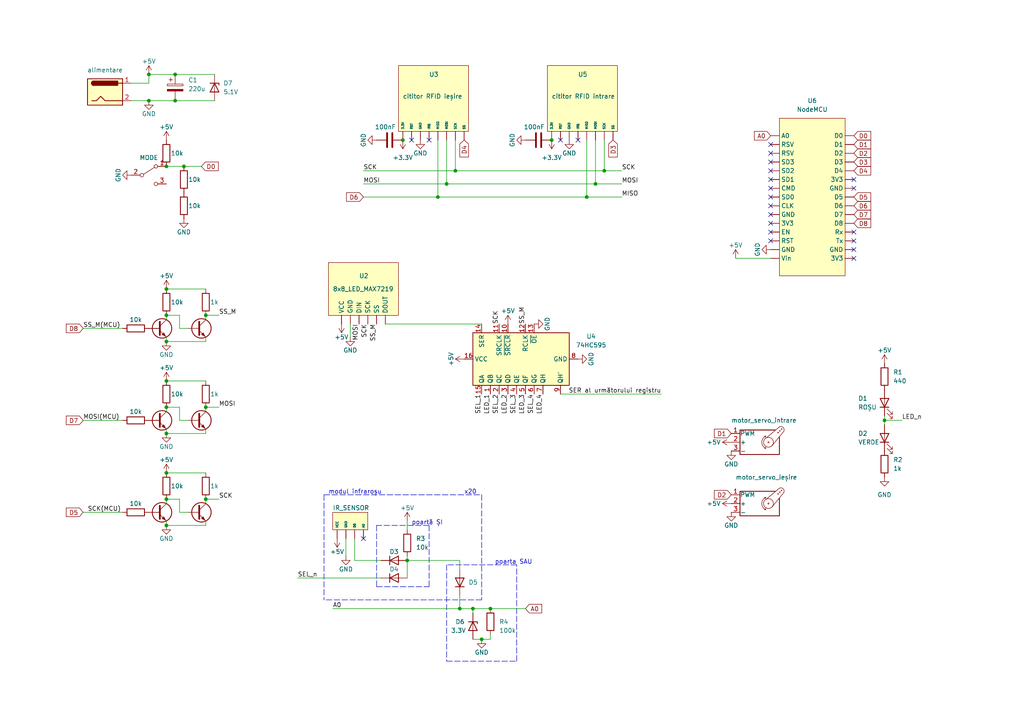
<source format=kicad_sch>
(kicad_sch (version 20211123) (generator eeschema)
  (paper "A4")
  (lib_symbols
    (symbol "74xx:74HC595"
      (property "Reference" "U" (at -7.62 13.97 0))
      (property "Value" "74HC595" (at -7.62 -16.51 0))
      (symbol "74HC595_1_0"
        (pin tri_state line (at 10.16 7.62 180) (length 2.54) (name "QB") (number "1"))
        (pin input line (at -10.16 2.54 0) (length 2.54) (name "~{SRCLR}") (number "10"))
        (pin input line (at -10.16 5.08 0) (length 2.54) (name "SRCLK") (number "11"))
        (pin input line (at -10.16 -2.54 0) (length 2.54) (name "RCLK") (number "12"))
        (pin input line (at -10.16 -5.08 0) (length 2.54) (name "~{OE}") (number "13"))
        (pin input line (at -10.16 10.16 0) (length 2.54) (name "SER") (number "14"))
        (pin tri_state line (at 10.16 10.16 180) (length 2.54) (name "QA") (number "15"))
        (pin power_in line (at 0 15.24 270) (length 2.54) (name "VCC") (number "16"))
        (pin tri_state line (at 10.16 5.08 180) (length 2.54) (name "QC") (number "2"))
        (pin tri_state line (at 10.16 2.54 180) (length 2.54) (name "QD") (number "3"))
        (pin tri_state line (at 10.16 0 180) (length 2.54) (name "QE") (number "4"))
        (pin tri_state line (at 10.16 -2.54 180) (length 2.54) (name "QF") (number "5"))
        (pin tri_state line (at 10.16 -5.08 180) (length 2.54) (name "QG") (number "6"))
        (pin tri_state line (at 10.16 -7.62 180) (length 2.54) (name "QH") (number "7"))
        (pin power_in line (at 0 -17.78 90) (length 2.54) (name "GND") (number "8"))
        (pin output line (at 10.16 -12.7 180) (length 2.54) (name "QH'") (number "9"))
      )
      (symbol "74HC595_1_1"
        (rectangle (start -7.62 12.7) (end 7.62 -15.24) (stroke (width 0.254)) (fill (type background)))
      )
    )
    (symbol "Connector:Barrel_Jack" (pin_names (offset 1.016))
      (property "Reference" "J" (at 0 5.334 0))
      (property "Value" "Barrel_Jack" (at 0 -5.08 0))
      (symbol "Barrel_Jack_0_1"
        (rectangle (start -5.08 3.81) (end 5.08 -3.81) (stroke (width 0.254)) (fill (type background)))
        (arc (start -3.302 3.175) (mid -3.937 2.54) (end -3.302 1.905) (stroke (width 0.254)))
        (arc (start -3.302 3.175) (mid -3.937 2.54) (end -3.302 1.905) (stroke (width 0.254)) (fill (type outline)))
        (polyline (pts (xy 5.08 2.54) (xy 3.81 2.54)) (stroke (width 0.254)))
        (polyline (pts (xy -3.81 -2.54) (xy -2.54 -2.54) (xy -1.27 -1.27) (xy 0 -2.54) (xy 2.54 -2.54) (xy 5.08 -2.54)) (stroke (width 0.254)))
        (rectangle (start 3.683 3.175) (end -3.302 1.905) (stroke (width 0.254)) (fill (type outline)))
      )
      (symbol "Barrel_Jack_1_1"
        (pin passive line (at 7.62 2.54 180) (length 2.54) (name "~") (number "1"))
        (pin passive line (at 7.62 -2.54 180) (length 2.54) (name "~") (number "2"))
      )
    )
    (symbol "Device:C" (pin_numbers hide) (pin_names (offset 0.254))
      (property "Reference" "C" (at 0.635 2.54 0))
      (property "Value" "C" (at 0.635 -2.54 0))
      (symbol "C_0_1"
        (polyline (pts (xy -2.032 -0.762) (xy 2.032 -0.762)) (stroke (width 0.508)))
        (polyline (pts (xy -2.032 0.762) (xy 2.032 0.762)) (stroke (width 0.508)))
      )
      (symbol "C_1_1"
        (pin passive line (at 0 3.81 270) (length 2.794) (name "~") (number "1"))
        (pin passive line (at 0 -3.81 90) (length 2.794) (name "~") (number "2"))
      )
    )
    (symbol "Device:C_Polarized" (pin_numbers hide) (pin_names (offset 0.254))
      (property "Reference" "C" (at 0.635 2.54 0))
      (property "Value" "C_Polarized" (at 0.635 -2.54 0))
      (symbol "C_Polarized_0_1"
        (rectangle (start -2.286 0.508) (end 2.286 1.016))
        (polyline (pts (xy -1.778 2.286) (xy -0.762 2.286)))
        (polyline (pts (xy -1.27 2.794) (xy -1.27 1.778)))
        (rectangle (start 2.286 -0.508) (end -2.286 -1.016) (fill (type outline)))
      )
      (symbol "C_Polarized_1_1"
        (pin passive line (at 0 3.81 270) (length 2.794) (name "~") (number "1"))
        (pin passive line (at 0 -3.81 90) (length 2.794) (name "~") (number "2"))
      )
    )
    (symbol "Device:D" (pin_numbers hide) (pin_names (offset 1.016) hide)
      (property "Reference" "D" (at 0 2.54 0))
      (property "Value" "D" (at 0 -2.54 0))
      (symbol "D_0_1"
        (polyline (pts (xy -1.27 1.27) (xy -1.27 -1.27)) (stroke (width 0.254)))
        (polyline (pts (xy 1.27 0) (xy -1.27 0)))
        (polyline (pts (xy 1.27 1.27) (xy 1.27 -1.27) (xy -1.27 0) (xy 1.27 1.27)) (stroke (width 0.254)))
      )
      (symbol "D_1_1"
        (pin passive line (at -3.81 0 0) (length 2.54) (name "K") (number "1"))
        (pin passive line (at 3.81 0 180) (length 2.54) (name "A") (number "2"))
      )
    )
    (symbol "Device:D_Zener" (pin_numbers hide) (pin_names (offset 1.016) hide)
      (property "Reference" "D" (at 0 2.54 0))
      (property "Value" "D_Zener" (at 0 -2.54 0))
      (symbol "D_Zener_0_1"
        (polyline (pts (xy 1.27 0) (xy -1.27 0)))
        (polyline (pts (xy -1.27 -1.27) (xy -1.27 1.27) (xy -0.762 1.27)) (stroke (width 0.254)))
        (polyline (pts (xy 1.27 -1.27) (xy 1.27 1.27) (xy -1.27 0) (xy 1.27 -1.27)) (stroke (width 0.254)))
      )
      (symbol "D_Zener_1_1"
        (pin passive line (at -3.81 0 0) (length 2.54) (name "K") (number "1"))
        (pin passive line (at 3.81 0 180) (length 2.54) (name "A") (number "2"))
      )
    )
    (symbol "Device:LED" (pin_numbers hide) (pin_names (offset 1.016) hide)
      (property "Reference" "D" (at 0 2.54 0))
      (property "Value" "LED" (at 0 -2.54 0))
      (symbol "LED_0_1"
        (polyline (pts (xy -1.27 -1.27) (xy -1.27 1.27)) (stroke (width 0.254)))
        (polyline (pts (xy -1.27 0) (xy 1.27 0)))
        (polyline (pts (xy 1.27 -1.27) (xy 1.27 1.27) (xy -1.27 0) (xy 1.27 -1.27)) (stroke (width 0.254)))
        (polyline (pts (xy -3.048 -0.762) (xy -4.572 -2.286) (xy -3.81 -2.286) (xy -4.572 -2.286) (xy -4.572 -1.524)))
        (polyline (pts (xy -1.778 -0.762) (xy -3.302 -2.286) (xy -2.54 -2.286) (xy -3.302 -2.286) (xy -3.302 -1.524)))
      )
      (symbol "LED_1_1"
        (pin passive line (at -3.81 0 0) (length 2.54) (name "K") (number "1"))
        (pin passive line (at 3.81 0 180) (length 2.54) (name "A") (number "2"))
      )
    )
    (symbol "Device:R" (pin_numbers hide) (pin_names (offset 0))
      (property "Reference" "R" (at 2.032 0 90))
      (property "Value" "R" (at 0 0 90))
      (symbol "R_0_1"
        (rectangle (start -1.016 -2.54) (end 1.016 2.54) (stroke (width 0.254)))
      )
      (symbol "R_1_1"
        (pin passive line (at 0 3.81 270) (length 1.27) (name "~") (number "1"))
        (pin passive line (at 0 -3.81 90) (length 1.27) (name "~") (number "2"))
      )
    )
    (symbol "Display_Graphic:8x8_LED_MAX7219"
      (property "Reference" "U" (at 0 1.27 0))
      (property "Value" "8x8_LED_MAX7219" (at 0 6.35 0))
      (symbol "8x8_LED_MAX7219_0_1"
        (rectangle (start -10.16 8.89) (end 10.16 -6.35) (fill (type background)))
      )
      (symbol "8x8_LED_MAX7219_1_1"
        (pin passive line (at -1.27 -8.89 90) (length 2.54) (name "DIN") (number ""))
        (pin passive line (at 6.35 -8.89 90) (length 2.54) (name "DOUT") (number ""))
        (pin passive line (at -3.81 -8.89 90) (length 2.54) (name "GND") (number ""))
        (pin passive line (at 1.27 -8.89 90) (length 2.54) (name "SCK") (number ""))
        (pin passive line (at 3.81 -8.89 90) (length 2.54) (name "SS") (number ""))
        (pin passive line (at -6.35 -8.89 90) (length 2.54) (name "VCC") (number ""))
      )
    )
    (symbol "MCU_Espressif:NodeMCU"
      (property "Reference" "U" (at 0 8.89 0))
      (property "Value" "NodeMCU" (at 0 29.21 0))
      (symbol "NodeMCU_0_1"
        (rectangle (start -10.16 31.75) (end 8.89 -13.97) (fill (type background)))
      )
      (symbol "NodeMCU_1_1"
        (pin passive line (at -12.7 1.27 0) (length 2.54) (name "3V3") (number ""))
        (pin passive line (at 11.43 -8.89 180) (length 2.54) (name "3V3") (number ""))
        (pin passive line (at 11.43 13.97 180) (length 2.54) (name "3V3") (number ""))
        (pin passive line (at -12.7 26.67 0) (length 2.54) (name "A0") (number ""))
        (pin passive line (at -12.7 6.35 0) (length 2.54) (name "CLK") (number ""))
        (pin passive line (at -12.7 11.43 0) (length 2.54) (name "CMD") (number ""))
        (pin passive line (at 11.43 26.67 180) (length 2.54) (name "D0") (number ""))
        (pin passive line (at 11.43 24.13 180) (length 2.54) (name "D1") (number ""))
        (pin passive line (at 11.43 21.59 180) (length 2.54) (name "D2") (number ""))
        (pin passive line (at 11.43 19.05 180) (length 2.54) (name "D3") (number ""))
        (pin passive line (at 11.43 16.51 180) (length 2.54) (name "D4") (number ""))
        (pin passive line (at 11.43 8.89 180) (length 2.54) (name "D5") (number ""))
        (pin passive line (at 11.43 6.35 180) (length 2.54) (name "D6") (number ""))
        (pin passive line (at 11.43 3.81 180) (length 2.54) (name "D7") (number ""))
        (pin passive line (at 11.43 1.27 180) (length 2.54) (name "D8") (number ""))
        (pin passive line (at -12.7 -1.27 0) (length 2.54) (name "EN") (number ""))
        (pin passive line (at -12.7 -6.35 0) (length 2.54) (name "GND") (number ""))
        (pin passive line (at -12.7 3.81 0) (length 2.54) (name "GND") (number ""))
        (pin passive line (at 11.43 -6.35 180) (length 2.54) (name "GND") (number ""))
        (pin passive line (at 11.43 11.43 180) (length 2.54) (name "GND") (number ""))
        (pin passive line (at -12.7 -3.81 0) (length 2.54) (name "RST") (number ""))
        (pin passive line (at -12.7 21.59 0) (length 2.54) (name "RSV") (number ""))
        (pin passive line (at -12.7 24.13 0) (length 2.54) (name "RSV") (number ""))
        (pin passive line (at 11.43 -1.27 180) (length 2.54) (name "Rx") (number ""))
        (pin passive line (at -12.7 8.89 0) (length 2.54) (name "SD0") (number ""))
        (pin passive line (at -12.7 13.97 0) (length 2.54) (name "SD1") (number ""))
        (pin passive line (at -12.7 16.51 0) (length 2.54) (name "SD2") (number ""))
        (pin passive line (at -12.7 19.05 0) (length 2.54) (name "SD3") (number ""))
        (pin passive line (at 11.43 -3.81 180) (length 2.54) (name "Tx") (number ""))
        (pin passive line (at -12.7 -8.89 0) (length 2.54) (name "Vin") (number ""))
      )
    )
    (symbol "Motor:Motor_Servo" (pin_names (offset 0.0254))
      (property "Reference" "M" (at -5.08 4.445 0))
      (property "Value" "Motor_Servo" (at -5.08 -4.064 0))
      (symbol "Motor_Servo_0_1"
        (polyline (pts (xy 2.413 -1.778) (xy 2.032 -1.778)))
        (polyline (pts (xy 2.413 -1.778) (xy 2.286 -1.397)))
        (polyline (pts (xy 2.413 1.778) (xy 1.905 1.778)))
        (polyline (pts (xy 2.413 1.778) (xy 2.286 1.397)))
        (polyline (pts (xy 6.35 4.445) (xy 2.54 1.27)))
        (polyline (pts (xy 7.62 3.175) (xy 4.191 -1.016)))
        (polyline (pts (xy 5.08 3.556) (xy -5.08 3.556) (xy -5.08 -3.556) (xy 6.35 -3.556) (xy 6.35 1.524)) (stroke (width 0.254)))
        (arc (start 2.413 1.778) (mid 1.2406 0) (end 2.413 -1.778))
        (circle (center 3.175 0) (radius 0.1778))
        (circle (center 3.175 0) (radius 1.4224))
        (circle (center 5.969 2.794) (radius 0.127))
        (circle (center 6.477 3.302) (radius 0.127))
        (circle (center 6.985 3.81) (radius 0.127))
        (arc (start 7.62 3.175) (mid 7.4485 4.2735) (end 6.35 4.445))
      )
      (symbol "Motor_Servo_1_1"
        (pin passive line (at -7.62 2.54 0) (length 2.54) (name "PWM") (number "1"))
        (pin passive line (at -7.62 0 0) (length 2.54) (name "+") (number "2"))
        (pin passive line (at -7.62 -2.54 0) (length 2.54) (name "-") (number "3"))
      )
    )
    (symbol "Q_NPN_BCE_2" (pin_names (offset 0) hide)
      (symbol "Q_NPN_BCE_2_0_1"
        (polyline (pts (xy 0.635 0.635) (xy 2.54 2.54)))
        (polyline (pts (xy 0.635 -0.635) (xy 2.54 -2.54) (xy 2.54 -2.54)))
        (polyline (pts (xy 0.635 1.905) (xy 0.635 -1.905) (xy 0.635 -1.905)) (stroke (width 0.508)))
        (polyline (pts (xy 1.27 -1.778) (xy 1.778 -1.27) (xy 2.286 -2.286) (xy 1.27 -1.778) (xy 1.27 -1.778)) (fill (type outline)))
        (circle (center 1.27 0) (radius 2.8194) (stroke (width 0.254)))
      )
      (symbol "Q_NPN_BCE_2_1_1"
        (pin input line (at -2.54 0 0) (length 3.175) (name "B") (number ""))
        (pin passive line (at 2.54 2.54 270) (length 0) (name "C") (number ""))
        (pin passive line (at 2.54 -2.54 90) (length 0) (name "E") (number ""))
      )
    )
    (symbol "RC522_1"
      (property "Reference" "U5" (at -1.27 6.35 0))
      (property "Value" "RC522_1" (at -8.89 0 0))
      (symbol "RC522_1_0_1"
        (rectangle (start -10.16 8.89) (end 10.16 -10.16) (fill (type background)))
      )
      (symbol "RC522_1_1_1"
        (pin input line (at -8.89 -12.7 90) (length 2.54) (name "3.3V") (number ""))
        (pin input line (at -3.81 -12.7 90) (length 2.54) (name "GND") (number ""))
        (pin input line (at -1.27 -12.7 90) (length 2.54) (name "IRQ") (number ""))
        (pin output line (at 1.27 -12.7 90) (length 2.54) (name "MISO") (number ""))
        (pin input line (at 3.81 -12.7 90) (length 2.54) (name "MOSI") (number ""))
        (pin input line (at -6.35 -12.7 90) (length 2.54) (name "RST") (number ""))
        (pin input line (at 6.35 -12.7 90) (length 2.54) (name "SCK") (number ""))
        (pin input line (at 8.89 -12.7 90) (length 2.54) (name "SS") (number ""))
      )
    )
    (symbol "Sensor:RC522"
      (property "Reference" "U3" (at -1.27 6.35 0))
      (property "Value" "cititor RFID ieșire" (at -8.89 0 0))
      (symbol "RC522_0_1"
        (rectangle (start -10.16 8.89) (end 10.16 -10.16) (fill (type background)))
      )
      (symbol "RC522_1_1"
        (pin input line (at -8.89 -12.7 90) (length 2.54) (name "3.3V") (number ""))
        (pin input line (at -3.81 -12.7 90) (length 2.54) (name "GND") (number ""))
        (pin input line (at -1.27 -12.7 90) (length 2.54) (name "IRQ") (number ""))
        (pin output line (at 1.27 -12.7 90) (length 2.54) (name "MISO") (number ""))
        (pin input line (at 3.81 -12.7 90) (length 2.54) (name "MOSI") (number ""))
        (pin input line (at -6.35 -12.7 90) (length 2.54) (name "RST") (number ""))
        (pin input line (at 6.35 -12.7 90) (length 2.54) (name "SCK") (number ""))
        (pin input line (at 8.89 -12.7 90) (length 2.54) (name "SS") (number ""))
      )
    )
    (symbol "Sensor_Optical:IR_SENSOR"
      (property "Reference" "U" (at 2.54 1.27 0))
      (property "Value" "IR_SENSOR" (at 2.54 3.81 0))
      (symbol "IR_SENSOR_0_1"
        (rectangle (start -2.54 2.54) (end 7.62 -2.54) (fill (type background)))
      )
      (symbol "IR_SENSOR_1_1"
        (pin input line (at 6.35 -5.08 90) (length 2.54) (name "A0") (number ""))
        (pin input line (at 3.81 -5.08 90) (length 2.54) (name "D0") (number ""))
        (pin input line (at 1.27 -5.08 90) (length 2.54) (name "GND") (number ""))
        (pin input line (at -1.27 -5.08 90) (length 2.54) (name "VCC") (number ""))
      )
    )
    (symbol "Switch:SW_SPDT" (pin_names (offset 0) hide)
      (property "Reference" "SW" (at 0 4.318 0))
      (property "Value" "SW_SPDT" (at 0 -5.08 0))
      (symbol "SW_SPDT_0_0"
        (circle (center -2.032 0) (radius 0.508))
        (circle (center 2.032 -2.54) (radius 0.508))
      )
      (symbol "SW_SPDT_0_1"
        (polyline (pts (xy -1.524 0.254) (xy 1.651 2.286)))
        (circle (center 2.032 2.54) (radius 0.508))
      )
      (symbol "SW_SPDT_1_1"
        (pin passive line (at 5.08 2.54 180) (length 2.54) (name "A") (number "1"))
        (pin passive line (at -5.08 0 0) (length 2.54) (name "B") (number "2"))
        (pin passive line (at 5.08 -2.54 180) (length 2.54) (name "C") (number "3"))
      )
    )
    (symbol "power:+3.3V" (power) (pin_names (offset 0))
      (property "Value" "+3.3V" (at 0 3.556 0))
      (symbol "+3.3V_0_1"
        (polyline (pts (xy -0.762 1.27) (xy 0 2.54)))
        (polyline (pts (xy 0 0) (xy 0 2.54)))
        (polyline (pts (xy 0 2.54) (xy 0.762 1.27)))
      )
      (symbol "+3.3V_1_1"
        (pin power_in line (at 0 0 90) (length 0) hide (name "+3.3V") (number "1"))
      )
    )
    (symbol "power:+5V" (power) (pin_names (offset 0))
      (property "Value" "+5V" (at 0 3.556 0))
      (symbol "+5V_0_1"
        (polyline (pts (xy -0.762 1.27) (xy 0 2.54)))
        (polyline (pts (xy 0 0) (xy 0 2.54)))
        (polyline (pts (xy 0 2.54) (xy 0.762 1.27)))
      )
      (symbol "+5V_1_1"
        (pin power_in line (at 0 0 90) (length 0) hide (name "+5V") (number "1"))
      )
    )
    (symbol "power:GND" (power) (pin_names (offset 0))
      (property "Value" "GND" (at 0 -3.81 0))
      (symbol "GND_0_1"
        (polyline (pts (xy 0 0) (xy 0 -1.27) (xy 1.27 -1.27) (xy 0 -2.54) (xy -1.27 -1.27) (xy 0 -1.27)))
      )
      (symbol "GND_1_1"
        (pin power_in line (at 0 0 270) (length 0) hide (name "GND") (number "1"))
      )
    )
  )
  (junction (at 142.24 176.53))
  (junction (at 256.54 121.92))
  (junction (at 59.69 118.11))
  (junction (at 53.34 48.26))
  (junction (at 48.26 83.82))
  (junction (at 50.8 21.59))
  (junction (at 170.18 57.15))
  (junction (at 118.11 162.56))
  (junction (at 48.26 91.44))
  (junction (at 175.26 49.53))
  (junction (at 43.18 21.59))
  (junction (at 129.54 53.34))
  (junction (at 48.26 144.78))
  (junction (at 48.26 99.06))
  (junction (at 127 57.15))
  (junction (at 43.18 29.21))
  (junction (at 48.26 118.11))
  (junction (at 48.26 110.49))
  (junction (at 50.8 29.21))
  (junction (at 48.26 137.16))
  (junction (at 48.26 125.73))
  (junction (at 139.7 185.42))
  (junction (at 133.35 176.53))
  (junction (at 172.72 53.34))
  (junction (at 59.69 144.78))
  (junction (at 116.84 40.64))
  (junction (at 48.26 152.4))
  (junction (at 59.69 91.44))
  (junction (at 48.26 48.26))
  (junction (at 160.02 40.64))
  (junction (at 137.16 176.53))
  (junction (at 132.08 49.53))
  (no_connect (at 223.52 49.53))
  (no_connect (at 223.52 41.91))
  (no_connect (at 223.52 52.07))
  (no_connect (at 223.52 46.99))
  (no_connect (at 223.52 44.45))
  (no_connect (at 223.52 57.15))
  (no_connect (at 223.52 54.61))
  (no_connect (at 223.52 64.77))
  (no_connect (at 223.52 59.69))
  (no_connect (at 223.52 62.23))
  (no_connect (at 223.52 67.31))
  (no_connect (at 223.52 69.85))
  (no_connect (at 105.41 156.21))
  (no_connect (at 247.65 67.31))
  (no_connect (at 247.65 54.61))
  (no_connect (at 247.65 72.39))
  (no_connect (at 247.65 69.85))
  (no_connect (at 247.65 52.07))
  (no_connect (at 247.65 74.93))
  (no_connect (at 124.46 40.64))
  (no_connect (at 119.38 40.64))
  (no_connect (at 167.64 40.64))
  (no_connect (at 162.56 40.64))
  (wire (pts (xy 100.33 156.21) (xy 100.33 161.29)))
  (wire (pts (xy 110.49 162.56) (xy 102.87 162.56)))
  (wire (pts (xy 52.07 148.59) (xy 52.07 144.78)))
  (wire (pts (xy 48.26 137.16) (xy 59.69 137.16)))
  (wire (pts (xy 48.26 152.4) (xy 59.69 152.4)))
  (wire (pts (xy 48.26 110.49) (xy 59.69 110.49)))
  (wire (pts (xy 59.69 151.13) (xy 59.69 152.4)))
  (wire (pts (xy 59.69 118.11) (xy 63.5 118.11)))
  (wire (pts (xy 24.13 148.59) (xy 35.56 148.59)))
  (wire (pts (xy 24.13 95.25) (xy 35.56 95.25)))
  (polyline (pts (xy 139.7 143.51) (xy 139.7 173.99)))
  (wire (pts (xy 162.56 114.3) (xy 191.77 114.3)))
  (polyline (pts (xy 109.22 170.18) (xy 124.46 170.18)))
  (wire (pts (xy 54.61 121.92) (xy 52.07 121.92)))
  (wire (pts (xy 118.11 151.13) (xy 118.11 153.67)))
  (polyline (pts (xy 149.86 191.77) (xy 149.86 163.83)))
  (wire (pts (xy 43.18 29.21) (xy 50.8 29.21)))
  (wire (pts (xy 48.26 83.82) (xy 59.69 83.82)))
  (wire (pts (xy 127 57.15) (xy 170.18 57.15)))
  (wire (pts (xy 175.26 49.53) (xy 180.34 49.53)))
  (wire (pts (xy 48.26 125.73) (xy 59.69 125.73)))
  (wire (pts (xy 142.24 184.15) (xy 142.24 185.42)))
  (wire (pts (xy 24.13 121.92) (xy 35.56 121.92)))
  (wire (pts (xy 172.72 53.34) (xy 180.34 53.34)))
  (wire (pts (xy 52.07 121.92) (xy 52.07 118.11)))
  (wire (pts (xy 52.07 91.44) (xy 48.26 91.44)))
  (wire (pts (xy 52.07 95.25) (xy 52.07 91.44)))
  (wire (pts (xy 111.76 93.98) (xy 139.7 93.98)))
  (wire (pts (xy 170.18 40.64) (xy 170.18 57.15)))
  (polyline (pts (xy 129.54 163.83) (xy 129.54 191.77)))
  (wire (pts (xy 133.35 162.56) (xy 133.35 165.1)))
  (wire (pts (xy 38.1 24.13) (xy 43.18 24.13)))
  (wire (pts (xy 59.69 124.46) (xy 59.69 125.73)))
  (wire (pts (xy 118.11 162.56) (xy 133.35 162.56)))
  (wire (pts (xy 59.69 144.78) (xy 59.69 146.05)))
  (polyline (pts (xy 93.98 143.51) (xy 139.7 143.51)))
  (wire (pts (xy 127 40.64) (xy 127 57.15)))
  (wire (pts (xy 118.11 162.56) (xy 118.11 167.64)))
  (wire (pts (xy 59.69 97.79) (xy 59.69 99.06)))
  (wire (pts (xy 129.54 53.34) (xy 172.72 53.34)))
  (polyline (pts (xy 109.22 152.4) (xy 109.22 170.18)))
  (wire (pts (xy 48.26 144.78) (xy 48.26 146.05)))
  (wire (pts (xy 101.6 97.79) (xy 101.6 93.98)))
  (wire (pts (xy 48.26 124.46) (xy 48.26 125.73)))
  (wire (pts (xy 105.41 53.34) (xy 129.54 53.34)))
  (wire (pts (xy 52.07 144.78) (xy 48.26 144.78)))
  (wire (pts (xy 133.35 172.72) (xy 133.35 176.53)))
  (wire (pts (xy 38.1 29.21) (xy 43.18 29.21)))
  (wire (pts (xy 48.26 48.26) (xy 53.34 48.26)))
  (wire (pts (xy 50.8 21.59) (xy 62.23 21.59)))
  (wire (pts (xy 96.52 176.53) (xy 133.35 176.53)))
  (wire (pts (xy 137.16 176.53) (xy 133.35 176.53)))
  (wire (pts (xy 48.26 118.11) (xy 48.26 119.38)))
  (wire (pts (xy 256.54 121.92) (xy 261.62 121.92)))
  (wire (pts (xy 170.18 57.15) (xy 180.34 57.15)))
  (wire (pts (xy 48.26 151.13) (xy 48.26 152.4)))
  (wire (pts (xy 59.69 91.44) (xy 59.69 92.71)))
  (polyline (pts (xy 139.7 173.99) (xy 93.98 173.99)))
  (wire (pts (xy 48.26 99.06) (xy 59.69 99.06)))
  (wire (pts (xy 105.41 57.15) (xy 127 57.15)))
  (wire (pts (xy 102.87 156.21) (xy 102.87 162.56)))
  (wire (pts (xy 54.61 148.59) (xy 52.07 148.59)))
  (wire (pts (xy 59.69 118.11) (xy 59.69 119.38)))
  (polyline (pts (xy 124.46 152.4) (xy 109.22 152.4)))
  (wire (pts (xy 137.16 185.42) (xy 139.7 185.42)))
  (wire (pts (xy 139.7 185.42) (xy 142.24 185.42)))
  (wire (pts (xy 48.26 97.79) (xy 48.26 99.06)))
  (wire (pts (xy 43.18 24.13) (xy 43.18 21.59)))
  (wire (pts (xy 105.41 49.53) (xy 132.08 49.53)))
  (wire (pts (xy 48.26 91.44) (xy 48.26 92.71)))
  (wire (pts (xy 172.72 40.64) (xy 172.72 53.34)))
  (wire (pts (xy 132.08 49.53) (xy 175.26 49.53)))
  (wire (pts (xy 137.16 176.53) (xy 137.16 177.8)))
  (wire (pts (xy 213.36 74.93) (xy 223.52 74.93)))
  (wire (pts (xy 86.36 167.64) (xy 110.49 167.64)))
  (wire (pts (xy 256.54 120.65) (xy 256.54 121.92)))
  (polyline (pts (xy 149.86 163.83) (xy 129.54 163.83)))
  (wire (pts (xy 50.8 29.21) (xy 62.23 29.21)))
  (wire (pts (xy 53.34 48.26) (xy 58.42 48.26)))
  (wire (pts (xy 137.16 176.53) (xy 142.24 176.53)))
  (wire (pts (xy 43.18 21.59) (xy 50.8 21.59)))
  (wire (pts (xy 59.69 144.78) (xy 63.5 144.78)))
  (wire (pts (xy 256.54 121.92) (xy 256.54 123.19)))
  (wire (pts (xy 129.54 40.64) (xy 129.54 53.34)))
  (wire (pts (xy 142.24 176.53) (xy 152.4 176.53)))
  (wire (pts (xy 175.26 40.64) (xy 175.26 49.53)))
  (polyline (pts (xy 93.98 143.51) (xy 93.98 173.99)))
  (wire (pts (xy 118.11 161.29) (xy 118.11 162.56)))
  (wire (pts (xy 59.69 91.44) (xy 63.5 91.44)))
  (polyline (pts (xy 129.54 191.77) (xy 149.86 191.77)))
  (wire (pts (xy 52.07 118.11) (xy 48.26 118.11)))
  (polyline (pts (xy 124.46 152.4) (xy 124.46 170.18)))
  (wire (pts (xy 54.61 95.25) (xy 52.07 95.25)))
  (wire (pts (xy 132.08 40.64) (xy 132.08 49.53)))
  (text "modul infraroșu" (at 95.25 143.51 0) (effects (font (size 1.27 1.27)) (justify left bottom)))
  (text "poartă ȘI" (at 119.38 152.4 0) (effects (font (size 1.27 1.27)) (justify left bottom)))
  (text "poarta SAU\n" (at 143.51 163.83 0) (effects (font (size 1.27 1.27)) (justify left bottom)))
  (text "x20" (at 134.62 143.51 0) (effects (font (size 1.27 1.27)) (justify left bottom)))
  (label "A0" (at 96.52 176.53 0))
  (label "LED_n" (at 261.62 121.92 0))
  (label "SS_M" (at 63.5 91.44 0))
  (label "SER al următorului registru" (at 191.77 114.3 180))
  (label "LED_3" (at 152.4 114.3 270))
  (label "SEL_n" (at 86.36 167.64 0))
  (label "SCK" (at 180.34 49.53 0))
  (label "SS_M" (at 152.4 93.98 90))
  (label "SEL_3" (at 149.86 114.3 270))
  (label "SCK" (at 106.68 93.98 270))
  (label "SS_M" (at 109.22 93.98 270))
  (label "MOSI" (at 104.14 93.98 270))
  (label "MOSI(MCU)" (at 24.13 121.92 0))
  (label "SEL_2" (at 144.78 114.3 270))
  (label "MISO" (at 180.34 57.15 0))
  (label "LED_2" (at 147.32 114.3 270))
  (label "LED_1" (at 142.24 114.3 270))
  (label "MOSI" (at 63.5 118.11 0))
  (label "SCK(MCU)" (at 25.4 148.59 0))
  (label "SCK" (at 105.41 49.53 0))
  (label "SS_M(MCU)" (at 24.13 95.25 0))
  (label "SEL_1" (at 139.7 114.3 270))
  (label "SCK" (at 144.78 93.98 90))
  (label "SCK" (at 63.5 144.78 0))
  (label "MOSI" (at 180.34 53.34 0))
  (label "SEL_4" (at 154.94 114.3 270))
  (label "MOSI" (at 105.41 53.34 0))
  (label "LED_4" (at 157.48 114.3 270))
  (global_label "D2" (shape input) (at 247.65 44.45 0) (property "Intersheet References" "${INTERSHEET_REFS}" (effects hide)))
  (global_label "D8" (shape input) (at 247.65 64.77 0) (property "Intersheet References" "${INTERSHEET_REFS}" (effects hide)))
  (global_label "D8" (shape input) (at 24.13 95.25 180) (property "Intersheet References" "${INTERSHEET_REFS}" (effects hide)))
  (global_label "D4" (shape input) (at 247.65 49.53 0) (property "Intersheet References" "${INTERSHEET_REFS}" (effects hide)))
  (global_label "D0" (shape input) (at 247.65 39.37 0) (property "Intersheet References" "${INTERSHEET_REFS}" (effects hide)))
  (global_label "D6" (shape input) (at 105.41 57.15 180) (property "Intersheet References" "${INTERSHEET_REFS}" (effects hide)))
  (global_label "A0" (shape input) (at 223.52 39.37 180) (property "Intersheet References" "${INTERSHEET_REFS}" (effects hide)))
  (global_label "A0" (shape input) (at 152.4 176.53 0) (property "Intersheet References" "${INTERSHEET_REFS}" (effects hide)))
  (global_label "D5" (shape input) (at 24.13 148.59 180) (property "Intersheet References" "${INTERSHEET_REFS}" (effects hide)))
  (global_label "D3" (shape input) (at 177.8 40.64 270) (property "Intersheet References" "${INTERSHEET_REFS}" (effects hide)))
  (global_label "D7" (shape input) (at 24.13 121.92 180) (property "Intersheet References" "${INTERSHEET_REFS}" (effects hide)))
  (global_label "D0" (shape input) (at 58.42 48.26 0) (property "Intersheet References" "${INTERSHEET_REFS}" (effects hide)))
  (global_label "D6" (shape input) (at 247.65 59.69 0) (property "Intersheet References" "${INTERSHEET_REFS}" (effects hide)))
  (global_label "D5" (shape input) (at 247.65 57.15 0) (property "Intersheet References" "${INTERSHEET_REFS}" (effects hide)))
  (global_label "D1" (shape input) (at 247.65 41.91 0) (property "Intersheet References" "${INTERSHEET_REFS}" (effects hide)))
  (global_label "D3" (shape input) (at 247.65 46.99 0) (property "Intersheet References" "${INTERSHEET_REFS}" (effects hide)))
  (global_label "D7" (shape input) (at 247.65 62.23 0) (property "Intersheet References" "${INTERSHEET_REFS}" (effects hide)))
  (global_label "D4" (shape input) (at 134.62 40.64 270) (property "Intersheet References" "${INTERSHEET_REFS}" (effects hide)))
  (global_label "D1" (shape input) (at 212.09 125.73 180) (property "Intersheet References" "${INTERSHEET_REFS}" (effects hide)))
  (global_label "D2" (shape input) (at 212.09 143.51 180) (property "Intersheet References" "${INTERSHEET_REFS}" (effects hide)))
  (symbol (lib_id "power:+3.3V") (at 160.02 40.64 180) (unit 1)
    (property "Reference" "#PWR031" (effects hide))
    (property "Value" "+3.3V" (at 160.02 45.72 0))
  )
  (symbol (lib_id "Device:R") (at 59.69 114.3 0) (unit 1)
    (property "Reference" "R15" (effects hide))
    (property "Value" "1k" (at 60.96 114.3 0) (effects (justify left)))
  )
  (symbol (lib_id "Sensor_Optical:IR_SENSOR") (at 99.06 151.13 0) (unit 1)
    (property "Reference" "U1" (effects hide))
    (property "Value" "IR_SENSOR" (at 96.52 147.32 0) (effects (justify left)))
  )
  (symbol (lib_id "Device:R") (at 48.26 44.45 0) (unit 1)
    (property "Reference" "R11" (effects hide))
    (property "Value" "10k" (at 49.53 44.45 0) (effects (justify left)))
  )
  (symbol (lib_id "Device:R") (at 256.54 134.62 0) (unit 1)
    (property "Reference" "R2" (at 259.08 133.3499 0) (effects (justify left)))
    (property "Value" "1k" (at 259.08 135.8899 0) (effects (justify left)))
  )
  (symbol (lib_id "power:+5V") (at 99.06 93.98 180) (unit 1)
    (property "Reference" "#PWR022" (effects hide))
    (property "Value" "+5V" (at 99.06 97.79 0))
  )
  (symbol (lib_id "Sensor:RC522") (at 125.73 27.94 0) (unit 1)
    (property "Reference" "U3" (at 124.46 21.59 0) (effects (justify left)))
    (property "Value" "cititor RFID ieșire" (at 116.84 27.94 0) (effects (justify left)))
  )
  (symbol (lib_id "power:GND") (at 43.18 29.21 0) (unit 1)
    (property "Reference" "#PWR019" (effects hide))
    (property "Value" "GND" (at 43.18 33.02 0))
  )
  (symbol (lib_id "MCU_Espressif:NodeMCU") (at 236.22 66.04 0) (unit 1)
    (property "Reference" "U6" (at 235.585 29.21 0))
    (property "Value" "NodeMCU" (at 235.585 31.75 0))
  )
  (symbol (lib_id "power:GND") (at 121.92 40.64 0) (unit 1)
    (property "Reference" "#PWR026" (effects hide))
    (property "Value" "GND" (at 121.92 44.45 0))
  )
  (symbol (lib_id "Device:D") (at 114.3 162.56 0) (unit 1)
    (property "Reference" "D3" (at 114.3 160.02 0))
    (property "Value" "D" (effects hide))
  )
  (symbol (lib_name "Q_NPN_BCE_2") (lib_id "Device:Q_NPN_BCE") (at 45.72 95.25 0) (unit 1)
    (property "Reference" "Q1" (effects hide))
    (property "Value" "Q_NPN_BCE" (effects hide))
  )
  (symbol (lib_id "power:GND") (at 48.26 152.4 0) (unit 1)
    (property "Reference" "#PWR017" (effects hide))
    (property "Value" "GND" (at 48.26 156.21 0))
  )
  (symbol (lib_name "Q_NPN_BCE_2") (lib_id "Device:Q_NPN_BCE") (at 45.72 121.92 0) (unit 1)
    (property "Reference" "Q2" (effects hide))
    (property "Value" "Q_NPN_BCE" (effects hide))
  )
  (symbol (lib_id "Device:D_Zener") (at 137.16 181.61 270) (unit 1)
    (property "Reference" "D6" (at 132.08 180.34 90) (effects (justify left)))
    (property "Value" "3.3V" (at 130.81 182.88 90) (effects (justify left)))
  )
  (symbol (lib_id "Device:R") (at 48.26 114.3 0) (unit 1)
    (property "Reference" "R9" (effects hide))
    (property "Value" "10k" (at 49.53 114.3 0) (effects (justify left)))
  )
  (symbol (lib_id "power:GND") (at 167.64 104.14 90) (unit 1)
    (property "Reference" "#PWR033" (effects hide))
    (property "Value" "GND" (at 171.45 104.14 0))
  )
  (symbol (lib_name "Q_NPN_BCE_2") (lib_id "Device:Q_NPN_BCE") (at 57.15 148.59 0) (unit 1)
    (property "Reference" "Q6" (effects hide))
    (property "Value" "Q_NPN_BCE" (effects hide))
  )
  (symbol (lib_name "Q_NPN_BCE_2") (lib_id "Device:Q_NPN_BCE") (at 57.15 95.25 0) (unit 1)
    (property "Reference" "Q4" (effects hide))
    (property "Value" "Q_NPN_BCE" (effects hide))
  )
  (symbol (lib_id "power:+5V") (at 48.26 137.16 0) (unit 1)
    (property "Reference" "#PWR016" (effects hide))
    (property "Value" "+5V" (at 48.26 133.35 0))
  )
  (symbol (lib_id "power:GND") (at 38.1 50.8 270) (unit 1)
    (property "Reference" "#PWR011" (effects hide))
    (property "Value" "GND" (at 34.29 50.8 0))
  )
  (symbol (lib_id "power:GND") (at 154.94 93.98 90) (unit 1)
    (property "Reference" "#PWR030" (effects hide))
    (property "Value" "GND" (at 158.75 93.98 0))
  )
  (symbol (lib_id "power:GND") (at 48.26 125.73 0) (unit 1)
    (property "Reference" "#PWR015" (effects hide))
    (property "Value" "GND" (at 48.26 129.54 0))
  )
  (symbol (lib_id "Device:LED") (at 256.54 127 90) (unit 1)
    (property "Reference" "D2" (at 248.92 125.73 90) (effects (justify right)))
    (property "Value" "VERDE" (at 248.92 128.27 90) (effects (justify right)))
  )
  (symbol (lib_id "Device:C") (at 113.03 40.64 270) (unit 1)
    (property "Reference" "C2" (effects hide))
    (property "Value" "100nF" (at 111.76 36.83 90))
  )
  (symbol (lib_id "power:GND") (at 100.33 161.29 0) (unit 1)
    (property "Reference" "#PWR04" (effects hide))
    (property "Value" "GND" (at 100.33 165.1 0))
  )
  (symbol (lib_id "power:+3.3V") (at 116.84 40.64 180) (unit 1)
    (property "Reference" "#PWR025" (effects hide))
    (property "Value" "+3.3V" (at 116.84 45.72 0))
  )
  (symbol (lib_name "Q_NPN_BCE_2") (lib_id "Device:Q_NPN_BCE") (at 45.72 148.59 0) (unit 1)
    (property "Reference" "Q3" (effects hide))
    (property "Value" "Q_NPN_BCE" (effects hide))
  )
  (symbol (lib_name "RC522_1") (lib_id "Sensor:RC522") (at 168.91 27.94 0) (unit 1)
    (property "Reference" "U5" (at 167.64 21.59 0) (effects (justify left)))
    (property "Value" "cititor RFID intrare" (at 160.02 27.94 0) (effects (justify left)))
  )
  (symbol (lib_id "Device:R") (at 48.26 140.97 0) (unit 1)
    (property "Reference" "R10" (effects hide))
    (property "Value" "10k" (at 49.53 140.97 0) (effects (justify left)))
  )
  (symbol (lib_id "Device:R") (at 59.69 87.63 0) (unit 1)
    (property "Reference" "R14" (effects hide))
    (property "Value" "1k" (at 60.96 87.63 0) (effects (justify left)))
  )
  (symbol (lib_id "power:GND") (at 212.09 130.81 0) (unit 1)
    (property "Reference" "#PWR08" (effects hide))
    (property "Value" "GND" (at 212.09 134.62 0))
  )
  (symbol (lib_id "Motor:Motor_Servo") (at 219.71 146.05 0) (unit 1)
    (property "Reference" "M2" (effects hide))
    (property "Value" "motor_servo_ieșire" (at 213.36 138.43 0) (effects (justify left)))
    (property "Datasheet" "http://forums.parallax.com/uploads/attachments/46831/74481.png" (effects hide))
  )
  (symbol (lib_name "Q_NPN_BCE_2") (lib_id "Device:Q_NPN_BCE") (at 57.15 121.92 0) (unit 1)
    (property "Reference" "Q5" (effects hide))
    (property "Value" "Q_NPN_BCE" (effects hide))
  )
  (symbol (lib_id "power:GND") (at 223.52 72.39 270) (unit 1)
    (property "Reference" "#PWR?" (effects hide))
    (property "Value" "GND" (at 219.71 72.39 0))
  )
  (symbol (lib_id "Device:R") (at 39.37 121.92 90) (unit 1)
    (property "Reference" "R6" (effects hide))
    (property "Value" "10k" (at 39.37 119.38 90))
  )
  (symbol (lib_id "power:GND") (at 256.54 138.43 0) (unit 1)
    (property "Reference" "#PWR02" (effects hide))
    (property "Value" "GND" (at 256.54 143.51 0))
  )
  (symbol (lib_id "power:GND") (at 101.6 97.79 0) (unit 1)
    (property "Reference" "#PWR023" (effects hide))
    (property "Value" "GND" (at 101.6 101.6 0))
  )
  (symbol (lib_id "Device:R") (at 256.54 109.22 0) (unit 1)
    (property "Reference" "R1" (at 259.08 107.9499 0) (effects (justify left)))
    (property "Value" "440" (at 259.08 110.4899 0) (effects (justify left)))
  )
  (symbol (lib_id "power:+5V") (at 134.62 104.14 90) (unit 1)
    (property "Reference" "#PWR027" (effects hide))
    (property "Value" "+5V" (at 130.81 104.14 0))
  )
  (symbol (lib_id "Device:R") (at 53.34 59.69 0) (unit 1)
    (property "Reference" "R13" (effects hide))
    (property "Value" "10k" (at 54.61 59.69 0) (effects (justify left)))
  )
  (symbol (lib_id "Motor:Motor_Servo") (at 219.71 128.27 0) (unit 1)
    (property "Reference" "M1" (effects hide))
    (property "Value" "motor_servo_intrare" (at 212.09 121.92 0) (effects (justify left)))
    (property "Datasheet" "http://forums.parallax.com/uploads/attachments/46831/74481.png" (effects hide))
  )
  (symbol (lib_id "Connector:Barrel_Jack") (at 30.48 26.67 0) (unit 1)
    (property "Reference" "J1" (effects hide))
    (property "Value" "alimentare" (at 30.48 20.32 0))
  )
  (symbol (lib_id "Switch:SW_SPDT") (at 43.18 50.8 0) (unit 1)
    (property "Reference" "SW1" (effects hide))
    (property "Value" "MODE" (at 43.18 45.72 0))
  )
  (symbol (lib_id "power:+5V") (at 48.26 83.82 0) (unit 1)
    (property "Reference" "#PWR012" (effects hide))
    (property "Value" "+5V" (at 48.26 80.01 0))
  )
  (symbol (lib_id "power:+5V") (at 97.79 156.21 180) (unit 1)
    (property "Reference" "#PWR03" (effects hide))
    (property "Value" "+5V" (at 97.79 160.02 0))
  )
  (symbol (lib_id "Device:D") (at 114.3 167.64 0) (unit 1)
    (property "Reference" "D4" (at 114.3 165.1 0))
    (property "Value" "D" (effects hide))
  )
  (symbol (lib_id "power:GND") (at 48.26 99.06 0) (unit 1)
    (property "Reference" "#PWR013" (effects hide))
    (property "Value" "GND" (at 48.26 102.87 0))
  )
  (symbol (lib_id "power:+5V") (at 48.26 40.64 0) (unit 1)
    (property "Reference" "#PWR020" (effects hide))
    (property "Value" "+5V" (at 48.26 36.83 0))
  )
  (symbol (lib_id "power:GND") (at 212.09 148.59 0) (unit 1)
    (property "Reference" "#PWR010" (effects hide))
    (property "Value" "GND" (at 212.09 152.4 0))
  )
  (symbol (lib_id "Device:R") (at 53.34 52.07 0) (unit 1)
    (property "Reference" "R12" (effects hide))
    (property "Value" "10k" (at 54.61 52.07 0) (effects (justify left)))
  )
  (symbol (lib_id "power:+5V") (at 48.26 110.49 0) (unit 1)
    (property "Reference" "#PWR014" (effects hide))
    (property "Value" "+5V" (at 48.26 106.68 0))
  )
  (symbol (lib_id "power:+5V") (at 213.36 74.93 0) (unit 1)
    (property "Reference" "#PWR?" (effects hide))
    (property "Value" "+5V" (at 213.36 71.12 0))
  )
  (symbol (lib_id "Device:LED") (at 256.54 116.84 90) (unit 1)
    (property "Reference" "D1" (at 248.92 115.57 90) (effects (justify right)))
    (property "Value" "ROȘU" (at 248.92 118.11 90) (effects (justify right)))
  )
  (symbol (lib_id "power:+5V") (at 118.11 151.13 0) (unit 1)
    (property "Reference" "#PWR05" (effects hide))
    (property "Value" "+5V" (at 118.11 147.32 0))
  )
  (symbol (lib_id "power:GND") (at 109.22 40.64 270) (unit 1)
    (property "Reference" "#PWR024" (effects hide))
    (property "Value" "GND" (at 105.41 40.64 0))
  )
  (symbol (lib_id "Device:R") (at 142.24 180.34 0) (unit 1)
    (property "Reference" "R4" (at 144.78 180.34 0) (effects (justify left)))
    (property "Value" "100k" (at 144.78 182.88 0) (effects (justify left)))
  )
  (symbol (lib_id "power:+5V") (at 256.54 105.41 0) (unit 1)
    (property "Reference" "#PWR01" (effects hide))
    (property "Value" "+5V" (at 256.54 101.6 0))
  )
  (symbol (lib_id "Device:R") (at 59.69 140.97 0) (unit 1)
    (property "Reference" "R16" (effects hide))
    (property "Value" "1k" (at 60.96 140.97 0) (effects (justify left)))
  )
  (symbol (lib_id "power:+5V") (at 147.32 93.98 0) (unit 1)
    (property "Reference" "#PWR028" (effects hide))
    (property "Value" "+5V" (at 147.32 90.17 0))
  )
  (symbol (lib_id "power:+5V") (at 212.09 128.27 90) (unit 1)
    (property "Reference" "#PWR07" (effects hide))
    (property "Value" "+5V" (at 207.01 128.27 90))
  )
  (symbol (lib_id "Device:R") (at 48.26 87.63 0) (unit 1)
    (property "Reference" "R8" (effects hide))
    (property "Value" "10k" (at 49.53 87.63 0) (effects (justify left)))
  )
  (symbol (lib_id "power:GND") (at 165.1 40.64 0) (unit 1)
    (property "Reference" "#PWR032" (effects hide))
    (property "Value" "GND" (at 165.1 44.45 0))
  )
  (symbol (lib_id "power:+5V") (at 212.09 146.05 90) (unit 1)
    (property "Reference" "#PWR09" (effects hide))
    (property "Value" "+5V" (at 207.01 146.05 90))
  )
  (symbol (lib_id "Device:D") (at 133.35 168.91 90) (unit 1)
    (property "Reference" "D5" (at 135.89 168.91 90) (effects (justify right)))
    (property "Value" "D" (effects hide))
  )
  (symbol (lib_id "power:GND") (at 152.4 40.64 270) (unit 1)
    (property "Reference" "#PWR029" (effects hide))
    (property "Value" "GND" (at 148.59 40.64 0))
  )
  (symbol (lib_id "Device:D_Zener") (at 62.23 25.4 270) (unit 1)
    (property "Reference" "D7" (at 64.77 24.1299 90) (effects (justify left)))
    (property "Value" "5.1V" (at 64.77 26.6699 90) (effects (justify left)))
  )
  (symbol (lib_id "power:GND") (at 139.7 185.42 0) (unit 1)
    (property "Reference" "#PWR06" (effects hide))
    (property "Value" "GND" (at 139.7 189.23 0))
  )
  (symbol (lib_id "Device:R") (at 39.37 148.59 90) (unit 1)
    (property "Reference" "R7" (effects hide))
    (property "Value" "10k" (at 39.37 146.05 90))
  )
  (symbol (lib_id "power:+5V") (at 43.18 21.59 0) (unit 1)
    (property "Reference" "#PWR018" (effects hide))
    (property "Value" "+5V" (at 43.18 17.78 0))
  )
  (symbol (lib_id "power:GND") (at 53.34 63.5 0) (unit 1)
    (property "Reference" "#PWR021" (effects hide))
    (property "Value" "GND" (at 53.34 67.31 0))
  )
  (symbol (lib_id "Device:C") (at 156.21 40.64 270) (unit 1)
    (property "Reference" "C3" (effects hide))
    (property "Value" "100nF" (at 154.94 36.83 90))
  )
  (symbol (lib_id "Display_Graphic:8x8_LED_MAX7219") (at 105.41 85.09 0) (unit 1)
    (property "Reference" "U2" (at 104.14 80.01 0) (effects (justify left)))
    (property "Value" "8x8_LED_MAX7219" (at 96.52 83.82 0) (effects (justify left)))
  )
  (symbol (lib_id "Device:R") (at 39.37 95.25 90) (unit 1)
    (property "Reference" "R5" (effects hide))
    (property "Value" "10k" (at 39.37 92.71 90))
  )
  (symbol (lib_id "74xx:74HC595") (at 149.86 104.14 90) (mirror x) (unit 1)
    (property "Reference" "U4" (at 171.45 97.5612 90))
    (property "Value" "74HC595" (at 171.45 100.1012 90))
    (property "Datasheet" "http://www.ti.com/lit/ds/symlink/sn74hc595.pdf" (effects hide))
  )
  (symbol (lib_id "Device:C_Polarized") (at 50.8 25.4 0) (unit 1)
    (property "Reference" "C1" (at 54.61 23.2409 0) (effects (justify left)))
    (property "Value" "220u" (at 54.61 25.7809 0) (effects (justify left)))
  )
  (symbol (lib_id "Device:R") (at 118.11 157.48 0) (unit 1)
    (property "Reference" "R3" (at 120.65 156.2099 0) (effects (justify left)))
    (property "Value" "10k" (at 120.65 158.7499 0) (effects (justify left)))
  )
)
</source>
